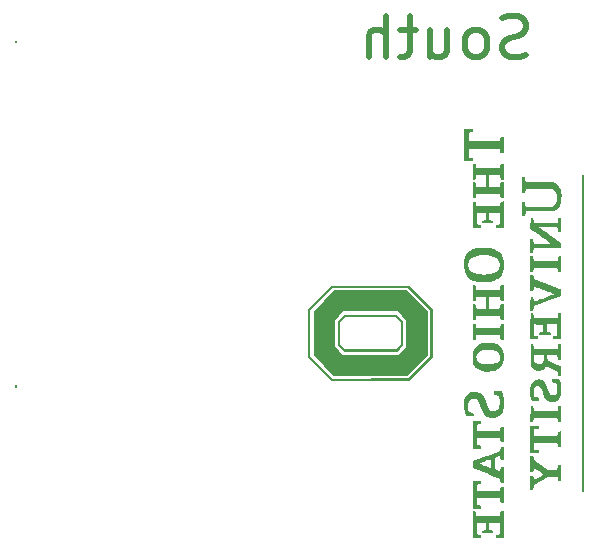
<source format=gbr>
%TF.GenerationSoftware,KiCad,Pcbnew,(6.0.9)*%
%TF.CreationDate,2023-01-22T20:12:46-05:00*%
%TF.ProjectId,Temps_South_DCT_HSK,54656d70-735f-4536-9f75-74685f444354,rev?*%
%TF.SameCoordinates,Original*%
%TF.FileFunction,Legend,Bot*%
%TF.FilePolarity,Positive*%
%FSLAX46Y46*%
G04 Gerber Fmt 4.6, Leading zero omitted, Abs format (unit mm)*
G04 Created by KiCad (PCBNEW (6.0.9)) date 2023-01-22 20:12:46*
%MOMM*%
%LPD*%
G01*
G04 APERTURE LIST*
%ADD10C,0.254000*%
%ADD11C,0.500000*%
G04 APERTURE END LIST*
D10*
X92680002Y-50830000D02*
G75*
G03*
X92680002Y-50830000I-1J0D01*
G01*
X92690001Y-80020000D02*
G75*
G03*
X92690001Y-80020000I-1J0D01*
G01*
D11*
X135873619Y-51954266D02*
X135373619Y-52120933D01*
X134540285Y-52120933D01*
X134206952Y-51954266D01*
X134040285Y-51787600D01*
X133873619Y-51454266D01*
X133873619Y-51120933D01*
X134040285Y-50787600D01*
X134206952Y-50620933D01*
X134540285Y-50454266D01*
X135206952Y-50287600D01*
X135540285Y-50120933D01*
X135706952Y-49954266D01*
X135873619Y-49620933D01*
X135873619Y-49287600D01*
X135706952Y-48954266D01*
X135540285Y-48787600D01*
X135206952Y-48620933D01*
X134373619Y-48620933D01*
X133873619Y-48787600D01*
X131873618Y-52120933D02*
X132206952Y-51954266D01*
X132373618Y-51787600D01*
X132540285Y-51454266D01*
X132540285Y-50454266D01*
X132373618Y-50120933D01*
X132206952Y-49954266D01*
X131873618Y-49787600D01*
X131373619Y-49787600D01*
X131040285Y-49954266D01*
X130873619Y-50120933D01*
X130706952Y-50454266D01*
X130706952Y-51454266D01*
X130873619Y-51787600D01*
X131040285Y-51954266D01*
X131373619Y-52120933D01*
X131873618Y-52120933D01*
X127706952Y-49787600D02*
X127706952Y-52120933D01*
X129206952Y-49787600D02*
X129206952Y-51620933D01*
X129040285Y-51954266D01*
X128706952Y-52120933D01*
X128206952Y-52120933D01*
X127873619Y-51954266D01*
X127706952Y-51787600D01*
X126540285Y-49787600D02*
X125206952Y-49787600D01*
X126040285Y-48620933D02*
X126040285Y-51620933D01*
X125873619Y-51954266D01*
X125540285Y-52120933D01*
X125206952Y-52120933D01*
X124040285Y-52120933D02*
X124040285Y-48620933D01*
X122540285Y-52120933D02*
X122540285Y-50287600D01*
X122706952Y-49954266D01*
X123040285Y-49787600D01*
X123540285Y-49787600D01*
X123873619Y-49954266D01*
X124040285Y-50120933D01*
%TO.C,G\u002A\u002A\u002A*%
G36*
X131499801Y-90578042D02*
G01*
X131514286Y-90579255D01*
X131576825Y-90588533D01*
X131611982Y-90613393D01*
X131632084Y-90670030D01*
X131649460Y-90774637D01*
X131677472Y-90961163D01*
X133678125Y-90961163D01*
X133700145Y-90766527D01*
X133722166Y-90571891D01*
X133973300Y-90571891D01*
X133973300Y-92810205D01*
X133292074Y-92810205D01*
X133292074Y-92555639D01*
X133462381Y-92528567D01*
X133632687Y-92501495D01*
X133650641Y-91545071D01*
X132773045Y-91545071D01*
X132773045Y-92153060D01*
X132935242Y-92174576D01*
X133017518Y-92186809D01*
X133072961Y-92205684D01*
X133094080Y-92241693D01*
X133097438Y-92308512D01*
X133097438Y-92420933D01*
X132124258Y-92420933D01*
X132124258Y-92311958D01*
X132126813Y-92253787D01*
X132145344Y-92215330D01*
X132195910Y-92193096D01*
X132294565Y-92174090D01*
X132464871Y-92145198D01*
X132474198Y-91845135D01*
X132483526Y-91545071D01*
X131700813Y-91545071D01*
X131718767Y-92501495D01*
X131889073Y-92528567D01*
X132059380Y-92555639D01*
X132059380Y-92810205D01*
X131378154Y-92810205D01*
X131378154Y-90567974D01*
X131499801Y-90578042D01*
G37*
G36*
X136542378Y-69356565D02*
G01*
X138543271Y-69356565D01*
X138563900Y-69202478D01*
X138573562Y-69132895D01*
X138591559Y-69039818D01*
X138616472Y-68990359D01*
X138657702Y-68970768D01*
X138724645Y-68967293D01*
X138839201Y-68967293D01*
X138839201Y-70333662D01*
X138717553Y-70323593D01*
X138703068Y-70322381D01*
X138640529Y-70313103D01*
X138605372Y-70288243D01*
X138585270Y-70231606D01*
X138567894Y-70126999D01*
X138539882Y-69940473D01*
X136542378Y-69940473D01*
X136497198Y-70329745D01*
X136244054Y-70329745D01*
X136244054Y-68967293D01*
X136497198Y-68967293D01*
X136542378Y-69356565D01*
G37*
G36*
X136518133Y-86077026D02*
G01*
X136540172Y-86253426D01*
X137138345Y-86644714D01*
X137736517Y-87036003D01*
X138539882Y-87036003D01*
X138567894Y-86849477D01*
X138571238Y-86827269D01*
X138588204Y-86732108D01*
X138610027Y-86682119D01*
X138649034Y-86661109D01*
X138717553Y-86652883D01*
X138839201Y-86642815D01*
X138839201Y-88009183D01*
X138724645Y-88009183D01*
X138686318Y-88008554D01*
X138633814Y-87998482D01*
X138602175Y-87965199D01*
X138582004Y-87894955D01*
X138563900Y-87773998D01*
X138543271Y-87619911D01*
X137703147Y-87619911D01*
X137121724Y-87994465D01*
X136540301Y-88369020D01*
X136518197Y-88545934D01*
X136496093Y-88722849D01*
X136244054Y-88722849D01*
X136244054Y-87587472D01*
X136493068Y-87587472D01*
X136522648Y-87765558D01*
X136552228Y-87943643D01*
X136892841Y-87730426D01*
X137029746Y-87644642D01*
X137154727Y-87566173D01*
X137252234Y-87504790D01*
X137308499Y-87469146D01*
X137320207Y-87461469D01*
X137341930Y-87441872D01*
X137342644Y-87419645D01*
X137315594Y-87388360D01*
X137254027Y-87341591D01*
X137151189Y-87272911D01*
X137000326Y-87175894D01*
X136955408Y-87147219D01*
X136818288Y-87060521D01*
X136702509Y-86988539D01*
X136619127Y-86938097D01*
X136579198Y-86916018D01*
X136564828Y-86918326D01*
X136539234Y-86970073D01*
X136518692Y-87082205D01*
X136496093Y-87263078D01*
X136244054Y-87263078D01*
X136244054Y-85900626D01*
X136496093Y-85900626D01*
X136518133Y-86077026D01*
G37*
G36*
X138839201Y-83017442D02*
G01*
X138717553Y-83007374D01*
X138702557Y-83006118D01*
X138640291Y-82996813D01*
X138605272Y-82971859D01*
X138585212Y-82915083D01*
X138567825Y-82810316D01*
X138539745Y-82623327D01*
X137545986Y-82631900D01*
X136552228Y-82640473D01*
X136493068Y-83013525D01*
X136242738Y-83013525D01*
X136260274Y-81667293D01*
X136373811Y-81667293D01*
X136387058Y-81667307D01*
X136445589Y-81671460D01*
X136478710Y-81693686D01*
X136498080Y-81749351D01*
X136515361Y-81853819D01*
X136543373Y-82040345D01*
X138543271Y-82040345D01*
X138563900Y-81886259D01*
X138573562Y-81816675D01*
X138591559Y-81723598D01*
X138616472Y-81674139D01*
X138657702Y-81654548D01*
X138724645Y-81651073D01*
X138839201Y-81651073D01*
X138839201Y-83017442D01*
G37*
G36*
X126666123Y-72738145D02*
G01*
X127550312Y-73621895D01*
X127550312Y-77350094D01*
X125816408Y-79088366D01*
X119619337Y-79088366D01*
X118751363Y-78220839D01*
X117883390Y-77353312D01*
X117883390Y-76607863D01*
X119667553Y-76607863D01*
X120016806Y-76956033D01*
X120366058Y-77304202D01*
X125069862Y-77304202D01*
X125401786Y-76971145D01*
X125733709Y-76638088D01*
X125733709Y-74334897D01*
X125384457Y-73986727D01*
X125035204Y-73638557D01*
X120396380Y-73638557D01*
X120031967Y-74004007D01*
X119667553Y-74369458D01*
X119667553Y-76607863D01*
X117883390Y-76607863D01*
X117883390Y-73622772D01*
X118767141Y-72738583D01*
X119650891Y-71854394D01*
X125781934Y-71854394D01*
X126666123Y-72738145D01*
G37*
G36*
X136522648Y-70739750D02*
G01*
X136552228Y-70922679D01*
X137638945Y-71333095D01*
X137870169Y-71420433D01*
X138107417Y-71510073D01*
X138320377Y-71590566D01*
X138501767Y-71659157D01*
X138644306Y-71713092D01*
X138740712Y-71749619D01*
X138783703Y-71765983D01*
X138796369Y-71771910D01*
X138819496Y-71796576D01*
X138831786Y-71845873D01*
X138835366Y-71933165D01*
X138832362Y-72071818D01*
X138822981Y-72355181D01*
X137687604Y-72780761D01*
X136552228Y-73206340D01*
X136522648Y-73390009D01*
X136493068Y-73573679D01*
X136242522Y-73573679D01*
X136251398Y-73014100D01*
X136260274Y-72454522D01*
X136373424Y-72454522D01*
X136437037Y-72457903D01*
X136473915Y-72478383D01*
X136496855Y-72531536D01*
X136518655Y-72632938D01*
X136536274Y-72707490D01*
X136562362Y-72779900D01*
X136585279Y-72805612D01*
X136596650Y-72802646D01*
X136662484Y-72781004D01*
X136773892Y-72741934D01*
X136921186Y-72689030D01*
X137094677Y-72625885D01*
X137284676Y-72556093D01*
X137481497Y-72483247D01*
X137675450Y-72410941D01*
X137856846Y-72342768D01*
X138015998Y-72282322D01*
X138143216Y-72233197D01*
X138228813Y-72198986D01*
X138263101Y-72183282D01*
X138246477Y-72172067D01*
X138178253Y-72140993D01*
X138066109Y-72094026D01*
X137919281Y-72034711D01*
X137747005Y-71966591D01*
X137558516Y-71893211D01*
X137363049Y-71818115D01*
X137169840Y-71744848D01*
X136988123Y-71676955D01*
X136827135Y-71617979D01*
X136696110Y-71571465D01*
X136604284Y-71540957D01*
X136560893Y-71530001D01*
X136550520Y-71546080D01*
X136533881Y-71610884D01*
X136518385Y-71708417D01*
X136496093Y-71886833D01*
X136244054Y-71886833D01*
X136244054Y-70556820D01*
X136493068Y-70556820D01*
X136522648Y-70739750D01*
G37*
G36*
X138563900Y-76631086D02*
G01*
X138573562Y-76561503D01*
X138591559Y-76468426D01*
X138616472Y-76418967D01*
X138657702Y-76399376D01*
X138724645Y-76395901D01*
X138839201Y-76395901D01*
X138839201Y-77762269D01*
X138717553Y-77752201D01*
X138703068Y-77750989D01*
X138640529Y-77741711D01*
X138605372Y-77716850D01*
X138585270Y-77660214D01*
X138567894Y-77555607D01*
X138539882Y-77369081D01*
X137662947Y-77369081D01*
X137679856Y-77519098D01*
X137683980Y-77549381D01*
X137711165Y-77647587D01*
X137763362Y-77733841D01*
X137848019Y-77814189D01*
X137972583Y-77894676D01*
X138144504Y-77981348D01*
X138371228Y-78080249D01*
X138822981Y-78268674D01*
X138832033Y-78694740D01*
X138841084Y-79120805D01*
X138725587Y-79120805D01*
X138689961Y-79120296D01*
X138635548Y-79110803D01*
X138602947Y-79078450D01*
X138582489Y-79009362D01*
X138564507Y-78889668D01*
X138544486Y-78739629D01*
X138255617Y-78619895D01*
X138209753Y-78600375D01*
X138050647Y-78526534D01*
X137896655Y-78447247D01*
X137775597Y-78376613D01*
X137584446Y-78253066D01*
X137522487Y-78368332D01*
X137498578Y-78405394D01*
X137416310Y-78496329D01*
X137318449Y-78573770D01*
X137222981Y-78626048D01*
X137026923Y-78684953D01*
X136833173Y-78681837D01*
X136649352Y-78617441D01*
X136483081Y-78492506D01*
X136424953Y-78430947D01*
X136375092Y-78365610D01*
X136336532Y-78292774D01*
X136307824Y-78204243D01*
X136287517Y-78091823D01*
X136274160Y-77947316D01*
X136266303Y-77762527D01*
X136264045Y-77624221D01*
X136568447Y-77624221D01*
X136569883Y-77725495D01*
X136578933Y-77832694D01*
X136599459Y-77906087D01*
X136635066Y-77964053D01*
X136733041Y-78048089D01*
X136868964Y-78096631D01*
X137017708Y-78099401D01*
X137161841Y-78056312D01*
X137283927Y-77967277D01*
X137323424Y-77917215D01*
X137350105Y-77854227D01*
X137365534Y-77763358D01*
X137374628Y-77626118D01*
X137386300Y-77369081D01*
X136568447Y-77369081D01*
X136568447Y-77624221D01*
X136264045Y-77624221D01*
X136262495Y-77529262D01*
X136261286Y-77239324D01*
X136260274Y-76412121D01*
X136373811Y-76412121D01*
X136387058Y-76412135D01*
X136445589Y-76416288D01*
X136478710Y-76438514D01*
X136498080Y-76494178D01*
X136515361Y-76598647D01*
X136543373Y-76785173D01*
X138543271Y-76785173D01*
X138563900Y-76631086D01*
G37*
G36*
X138839201Y-66895092D02*
G01*
X138717553Y-66885024D01*
X138703068Y-66883811D01*
X138640529Y-66874533D01*
X138605372Y-66849673D01*
X138585270Y-66793036D01*
X138567894Y-66688430D01*
X138539882Y-66501903D01*
X137006378Y-66504237D01*
X137098365Y-66579493D01*
X137111543Y-66589817D01*
X137179269Y-66640092D01*
X137289852Y-66720325D01*
X137435924Y-66825235D01*
X137610114Y-66949542D01*
X137805056Y-67087965D01*
X138013379Y-67235223D01*
X138836407Y-67815697D01*
X138839201Y-68286067D01*
X136542378Y-68286067D01*
X136497198Y-68675339D01*
X136244054Y-68675339D01*
X136244054Y-67507523D01*
X136497198Y-67507523D01*
X136542378Y-67896795D01*
X138010214Y-67896795D01*
X137795248Y-67742708D01*
X137744466Y-67706291D01*
X137628591Y-67623141D01*
X137476998Y-67514321D01*
X137300023Y-67387253D01*
X137108000Y-67249354D01*
X136911266Y-67108047D01*
X136242250Y-66627473D01*
X136260274Y-65739579D01*
X136373811Y-65739579D01*
X136387058Y-65739593D01*
X136445589Y-65743746D01*
X136478710Y-65765972D01*
X136498080Y-65821637D01*
X136515361Y-65926105D01*
X136543373Y-66112631D01*
X138543271Y-66112631D01*
X138563900Y-65958545D01*
X138573562Y-65888962D01*
X138591559Y-65795884D01*
X138616472Y-65746425D01*
X138657702Y-65726834D01*
X138724645Y-65723359D01*
X138839201Y-65723359D01*
X138839201Y-66895092D01*
G37*
G36*
X133903414Y-80653564D02*
G01*
X133938296Y-80785923D01*
X133976262Y-80960608D01*
X134002342Y-81115824D01*
X134011559Y-81201925D01*
X134017963Y-81489476D01*
X133991453Y-81777388D01*
X133934198Y-82036357D01*
X133892999Y-82145283D01*
X133773144Y-82336779D01*
X133610612Y-82487144D01*
X133412987Y-82592910D01*
X133187852Y-82650604D01*
X132942790Y-82656757D01*
X132685385Y-82607897D01*
X132572777Y-82565178D01*
X132435807Y-82478442D01*
X132316409Y-82353592D01*
X132209733Y-82183944D01*
X132110935Y-81962812D01*
X132015167Y-81683513D01*
X131968325Y-81541220D01*
X131884593Y-81337301D01*
X131795277Y-81188974D01*
X131695297Y-81090334D01*
X131579575Y-81035479D01*
X131443032Y-81018506D01*
X131281301Y-81043720D01*
X131148771Y-81123154D01*
X131040392Y-81260973D01*
X131029843Y-81281490D01*
X130995690Y-81403797D01*
X130979604Y-81572933D01*
X130982208Y-81776179D01*
X131004126Y-82000814D01*
X131010801Y-82050604D01*
X131023064Y-82112586D01*
X131047329Y-82151471D01*
X131096521Y-82176110D01*
X131183564Y-82195351D01*
X131321385Y-82218045D01*
X131370838Y-82226925D01*
X131420938Y-82247646D01*
X131440007Y-82292729D01*
X131443032Y-82382428D01*
X131443032Y-82526935D01*
X130799277Y-82526935D01*
X130766147Y-82421508D01*
X130686006Y-82123470D01*
X130630857Y-81791352D01*
X130617306Y-81484379D01*
X130644418Y-81207357D01*
X130711259Y-80965092D01*
X130816894Y-80762390D01*
X130960388Y-80604058D01*
X131140807Y-80494901D01*
X131307267Y-80444589D01*
X131530415Y-80425126D01*
X131752944Y-80452264D01*
X131957847Y-80523562D01*
X132128119Y-80636582D01*
X132158942Y-80665729D01*
X132239143Y-80757671D01*
X132312968Y-80871495D01*
X132385775Y-81017507D01*
X132462926Y-81206012D01*
X132549781Y-81447317D01*
X132601069Y-81590894D01*
X132654077Y-81729266D01*
X132699221Y-81837087D01*
X132730287Y-81898822D01*
X132799618Y-81975646D01*
X132934837Y-82047700D01*
X133104443Y-82072785D01*
X133109773Y-82072761D01*
X133287817Y-82041442D01*
X133436803Y-81952863D01*
X133551589Y-81810044D01*
X133566015Y-81784086D01*
X133596252Y-81720143D01*
X133615619Y-81652973D01*
X133626435Y-81567168D01*
X133631019Y-81447320D01*
X133631693Y-81278021D01*
X133630817Y-81149680D01*
X133624962Y-80989963D01*
X133609071Y-80879047D01*
X133577935Y-80807031D01*
X133526349Y-80764015D01*
X133449102Y-80740099D01*
X133340989Y-80725382D01*
X133129878Y-80702774D01*
X133129878Y-80418379D01*
X133834092Y-80418379D01*
X133903414Y-80653564D01*
G37*
G36*
X125879281Y-71467522D02*
G01*
X125977004Y-71467558D01*
X126974514Y-72443246D01*
X127972023Y-73418933D01*
X127972023Y-77514672D01*
X126974710Y-78512374D01*
X125977397Y-79510077D01*
X119407363Y-79510077D01*
X117429239Y-77554589D01*
X117429239Y-77483038D01*
X117623875Y-77483038D01*
X118562076Y-78420820D01*
X119500277Y-79358603D01*
X125912125Y-79314779D01*
X127777387Y-77450599D01*
X127777387Y-73524607D01*
X125879281Y-71627319D01*
X119488717Y-71627319D01*
X117623875Y-73492993D01*
X117623875Y-77483038D01*
X117429239Y-77483038D01*
X117429239Y-73428094D01*
X118410330Y-72446608D01*
X119391420Y-71465122D01*
X125879281Y-71467522D01*
G37*
G36*
X133724287Y-85089643D02*
G01*
X133973300Y-85089643D01*
X133973300Y-86228936D01*
X133851786Y-86218868D01*
X133784725Y-86210773D01*
X133743660Y-86189107D01*
X133721209Y-86137366D01*
X133703335Y-86038493D01*
X133691718Y-85978809D01*
X133664842Y-85898212D01*
X133635724Y-85868187D01*
X133594587Y-85877222D01*
X133509380Y-85905496D01*
X133403013Y-85946316D01*
X133210976Y-86024445D01*
X133210976Y-87010886D01*
X133438051Y-87101312D01*
X133665127Y-87191738D01*
X133698328Y-87008443D01*
X133700697Y-86995384D01*
X133720922Y-86897561D01*
X133744307Y-86845749D01*
X133783817Y-86823677D01*
X133852414Y-86815079D01*
X133973300Y-86805011D01*
X133973300Y-88175296D01*
X133851653Y-88165228D01*
X133842154Y-88164437D01*
X133776951Y-88155388D01*
X133740447Y-88131407D01*
X133719919Y-88076078D01*
X133702640Y-87972984D01*
X133675274Y-87790807D01*
X133021414Y-87538317D01*
X132804924Y-87454638D01*
X132551576Y-87356555D01*
X132298098Y-87258282D01*
X132064712Y-87167659D01*
X131871642Y-87092528D01*
X131375730Y-86899228D01*
X131385052Y-86619144D01*
X131388452Y-86516974D01*
X131929622Y-86516974D01*
X131933616Y-86520796D01*
X131981323Y-86544108D01*
X132072911Y-86582505D01*
X132195718Y-86631227D01*
X132337078Y-86685513D01*
X132484327Y-86740605D01*
X132624802Y-86791740D01*
X132745837Y-86834159D01*
X132834769Y-86863101D01*
X132878932Y-86873806D01*
X132887216Y-86851521D01*
X132895291Y-86776242D01*
X132900779Y-86660362D01*
X132902802Y-86516974D01*
X132901312Y-86393147D01*
X132896276Y-86272427D01*
X132888524Y-86190395D01*
X132878932Y-86160141D01*
X132868763Y-86161642D01*
X132806746Y-86179574D01*
X132704595Y-86214001D01*
X132574976Y-86260163D01*
X132430553Y-86313298D01*
X132283989Y-86368647D01*
X132147950Y-86421450D01*
X132035100Y-86466945D01*
X131958102Y-86500373D01*
X131929622Y-86516974D01*
X131388452Y-86516974D01*
X131394373Y-86339060D01*
X132529750Y-85899886D01*
X132878932Y-85764820D01*
X133665127Y-85460713D01*
X133724287Y-85089643D01*
G37*
G36*
X138473638Y-79381594D02*
G01*
X138597523Y-79387920D01*
X138686224Y-79398346D01*
X138724900Y-79411525D01*
X138726448Y-79414381D01*
X138745321Y-79466475D01*
X138773721Y-79560794D01*
X138806127Y-79679150D01*
X138839297Y-79841563D01*
X138864559Y-80079878D01*
X138869405Y-80327221D01*
X138853600Y-80560135D01*
X138816908Y-80755161D01*
X138750738Y-80922722D01*
X138628576Y-81095294D01*
X138468994Y-81222248D01*
X138279622Y-81295904D01*
X138127311Y-81316262D01*
X137914664Y-81298444D01*
X137724073Y-81227241D01*
X137564798Y-81106603D01*
X137446100Y-80940479D01*
X137424234Y-80891627D01*
X137381333Y-80780027D01*
X137331852Y-80638339D01*
X137282686Y-80485743D01*
X137281456Y-80481756D01*
X137210686Y-80276987D01*
X137140580Y-80129772D01*
X137065807Y-80033188D01*
X136981033Y-79980314D01*
X136880925Y-79964228D01*
X136770155Y-79983520D01*
X136663286Y-80056148D01*
X136589722Y-80177893D01*
X136552346Y-80343606D01*
X136554042Y-80548136D01*
X136560250Y-80609625D01*
X136575262Y-80733576D01*
X136593650Y-80810595D01*
X136622372Y-80853500D01*
X136668387Y-80875112D01*
X136738652Y-80888250D01*
X136835906Y-80904101D01*
X136923255Y-80924766D01*
X136969252Y-80952840D01*
X136987139Y-80997856D01*
X136990159Y-81069351D01*
X136990159Y-81196923D01*
X136681182Y-81196923D01*
X136576758Y-81196995D01*
X136470715Y-81192430D01*
X136398302Y-81173557D01*
X136349953Y-81130575D01*
X136316100Y-81053687D01*
X136287175Y-80933092D01*
X136253613Y-80758992D01*
X136241176Y-80686965D01*
X136217563Y-80424225D01*
X136226735Y-80171381D01*
X136266778Y-79940912D01*
X136335777Y-79745298D01*
X136431819Y-79597019D01*
X136451306Y-79576788D01*
X136595401Y-79476619D01*
X136773687Y-79415055D01*
X136967891Y-79396415D01*
X137159742Y-79425015D01*
X137170939Y-79428343D01*
X137301854Y-79481551D01*
X137412504Y-79559590D01*
X137508500Y-79670377D01*
X137595452Y-79821827D01*
X137678973Y-80021856D01*
X137764672Y-80278378D01*
X137773736Y-80307425D01*
X137837166Y-80486786D01*
X137899884Y-80611513D01*
X137969026Y-80690094D01*
X138051729Y-80731017D01*
X138155132Y-80742772D01*
X138165684Y-80742672D01*
X138297558Y-80718642D01*
X138396102Y-80649740D01*
X138463576Y-80532143D01*
X138502243Y-80362030D01*
X138514365Y-80135576D01*
X138514296Y-80097196D01*
X138512300Y-79937633D01*
X138503203Y-79829439D01*
X138481060Y-79761323D01*
X138439929Y-79721995D01*
X138373865Y-79700164D01*
X138276926Y-79684540D01*
X138076876Y-79656054D01*
X138056926Y-79380320D01*
X138381270Y-79380320D01*
X138473638Y-79381594D01*
G37*
G36*
X131499801Y-71438834D02*
G01*
X131514286Y-71440047D01*
X131576825Y-71449325D01*
X131611982Y-71474185D01*
X131632084Y-71530822D01*
X131649460Y-71635428D01*
X131677472Y-71821955D01*
X133678125Y-71821955D01*
X133700145Y-71627319D01*
X133722166Y-71432683D01*
X133973300Y-71432683D01*
X133973300Y-72799051D01*
X133851653Y-72788983D01*
X133837168Y-72787770D01*
X133774629Y-72778492D01*
X133739472Y-72753632D01*
X133719370Y-72696996D01*
X133701994Y-72592389D01*
X133673982Y-72405863D01*
X132773045Y-72405863D01*
X132773045Y-73411482D01*
X133209062Y-73411482D01*
X133232943Y-73411440D01*
X133398926Y-73408601D01*
X133533678Y-73401865D01*
X133625989Y-73392010D01*
X133664649Y-73379815D01*
X133672456Y-73359303D01*
X133688701Y-73285461D01*
X133703521Y-73185179D01*
X133722823Y-73022210D01*
X133973300Y-73022210D01*
X133973300Y-74388578D01*
X133851653Y-74378510D01*
X133837168Y-74377298D01*
X133774629Y-74368020D01*
X133739472Y-74343160D01*
X133719370Y-74286523D01*
X133701994Y-74181916D01*
X133673982Y-73995390D01*
X131677472Y-73995390D01*
X131649460Y-74181916D01*
X131646116Y-74204125D01*
X131629150Y-74299285D01*
X131607327Y-74349274D01*
X131568320Y-74370284D01*
X131499801Y-74378510D01*
X131378154Y-74388578D01*
X131378154Y-73018294D01*
X131498234Y-73028362D01*
X131499729Y-73028487D01*
X131568018Y-73037518D01*
X131607221Y-73060921D01*
X131630826Y-73115197D01*
X131652321Y-73216846D01*
X131686327Y-73395262D01*
X132067489Y-73404402D01*
X132448652Y-73413541D01*
X132448652Y-72405863D01*
X131677472Y-72405863D01*
X131649460Y-72592389D01*
X131646116Y-72614597D01*
X131629150Y-72709758D01*
X131607327Y-72759746D01*
X131568320Y-72780757D01*
X131499801Y-72788983D01*
X131378154Y-72799051D01*
X131378154Y-71428766D01*
X131499801Y-71438834D01*
G37*
G36*
X135688918Y-62252543D02*
G01*
X135757412Y-62261094D01*
X135789334Y-62295590D01*
X135806522Y-62373998D01*
X135808195Y-62384337D01*
X135825683Y-62486697D01*
X135841049Y-62568634D01*
X135856018Y-62641622D01*
X136931880Y-62641622D01*
X136990699Y-62641635D01*
X137284155Y-62642230D01*
X137521775Y-62643960D01*
X137711230Y-62647159D01*
X137860190Y-62652159D01*
X137976326Y-62659293D01*
X138067306Y-62668894D01*
X138140803Y-62681294D01*
X138204485Y-62696826D01*
X138357450Y-62756986D01*
X138538439Y-62887027D01*
X138684986Y-63070733D01*
X138796066Y-63306721D01*
X138870651Y-63593610D01*
X138884129Y-63707713D01*
X138888800Y-63903604D01*
X138878195Y-64118229D01*
X138853816Y-64326106D01*
X138817163Y-64501751D01*
X138791844Y-64579553D01*
X138719944Y-64720974D01*
X138606959Y-64863194D01*
X138597287Y-64873778D01*
X138532087Y-64943815D01*
X138472263Y-65001143D01*
X138410792Y-65047096D01*
X138340647Y-65083011D01*
X138254804Y-65110222D01*
X138146237Y-65130065D01*
X138007920Y-65143875D01*
X137832829Y-65152989D01*
X137613938Y-65158740D01*
X137344223Y-65162466D01*
X137016657Y-65165501D01*
X135859119Y-65175613D01*
X135841840Y-65262960D01*
X135840508Y-65269739D01*
X135822444Y-65366071D01*
X135803299Y-65473678D01*
X135798492Y-65500704D01*
X135779153Y-65566104D01*
X135741497Y-65589168D01*
X135664322Y-65587216D01*
X135546608Y-65577382D01*
X135537767Y-64985365D01*
X135528925Y-64393347D01*
X135657944Y-64393347D01*
X135689558Y-64393556D01*
X135757676Y-64402206D01*
X135789412Y-64436748D01*
X135806522Y-64514994D01*
X135808131Y-64524933D01*
X135825801Y-64628106D01*
X135841534Y-64711562D01*
X135856988Y-64786483D01*
X138076876Y-64766399D01*
X138227848Y-64677649D01*
X138356673Y-64578755D01*
X138453338Y-64440955D01*
X138508932Y-64263568D01*
X138527179Y-64038645D01*
X138527185Y-64036018D01*
X138521850Y-63896829D01*
X138507484Y-63766782D01*
X138487142Y-63673711D01*
X138437053Y-63576702D01*
X138333342Y-63455609D01*
X138204294Y-63354502D01*
X138071063Y-63292749D01*
X138007340Y-63283376D01*
X137882007Y-63274795D01*
X137702996Y-63267811D01*
X137476075Y-63262595D01*
X137207010Y-63259318D01*
X136901569Y-63258151D01*
X135856018Y-63257970D01*
X135841049Y-63330958D01*
X135839741Y-63337429D01*
X135823777Y-63423637D01*
X135806522Y-63525594D01*
X135801713Y-63554242D01*
X135782462Y-63617887D01*
X135742062Y-63642898D01*
X135658676Y-63647242D01*
X135530389Y-63647242D01*
X135530389Y-62252350D01*
X135658676Y-62252350D01*
X135688918Y-62252543D01*
G37*
G36*
X131410593Y-58294133D02*
G01*
X131410603Y-58305331D01*
X131408471Y-58367678D01*
X131393384Y-58407090D01*
X131352599Y-58432072D01*
X131273375Y-58451130D01*
X131142968Y-58472769D01*
X131021321Y-58492327D01*
X131021321Y-59235492D01*
X132332928Y-59235492D01*
X132417741Y-59235521D01*
X132732062Y-59235991D01*
X132988869Y-59236205D01*
X133194091Y-59235072D01*
X133353656Y-59231500D01*
X133473494Y-59224397D01*
X133559534Y-59212671D01*
X133617705Y-59195230D01*
X133653936Y-59170983D01*
X133674157Y-59138837D01*
X133684297Y-59097700D01*
X133690284Y-59046481D01*
X133698048Y-58984087D01*
X133706533Y-58932981D01*
X133726309Y-58872841D01*
X133766505Y-58849890D01*
X133846394Y-58846220D01*
X133973300Y-58846220D01*
X133973300Y-60241112D01*
X133846394Y-60241112D01*
X133799261Y-60240528D01*
X133742141Y-60229205D01*
X133714827Y-60189414D01*
X133698048Y-60103244D01*
X133695701Y-60087164D01*
X133688906Y-60027557D01*
X133682462Y-59978861D01*
X133670440Y-59939986D01*
X133646911Y-59909839D01*
X133605946Y-59887328D01*
X133541615Y-59871361D01*
X133447990Y-59860846D01*
X133319142Y-59854692D01*
X133149140Y-59851806D01*
X132932057Y-59851097D01*
X132661963Y-59851472D01*
X132332928Y-59851840D01*
X131021321Y-59851840D01*
X131021321Y-60224274D01*
X131020989Y-60315318D01*
X131021374Y-60447741D01*
X131029428Y-60533424D01*
X131052682Y-60584241D01*
X131098667Y-60612062D01*
X131174911Y-60628759D01*
X131288945Y-60646204D01*
X131317593Y-60651013D01*
X131381238Y-60670264D01*
X131406249Y-60710664D01*
X131410593Y-60794050D01*
X131410593Y-60922338D01*
X130664488Y-60922338D01*
X130664488Y-58164994D01*
X131410593Y-58164994D01*
X131410593Y-58294133D01*
G37*
G36*
X133973300Y-76039068D02*
G01*
X133722823Y-76039068D01*
X133703521Y-75876099D01*
X133695790Y-75818814D01*
X133679576Y-75730125D01*
X133664649Y-75681463D01*
X133633994Y-75673145D01*
X133542273Y-75665125D01*
X133394351Y-75658635D01*
X133194810Y-75653821D01*
X132948233Y-75650826D01*
X132659204Y-75649796D01*
X131673329Y-75649796D01*
X131651309Y-75844432D01*
X131629288Y-76039068D01*
X131378154Y-76039068D01*
X131378154Y-74672700D01*
X131499801Y-74682768D01*
X131514286Y-74683980D01*
X131576825Y-74693258D01*
X131611982Y-74718119D01*
X131632084Y-74774755D01*
X131649460Y-74879362D01*
X131677472Y-75065888D01*
X133673982Y-75065888D01*
X133701994Y-74879362D01*
X133705338Y-74857154D01*
X133722304Y-74761993D01*
X133744127Y-74712004D01*
X133783134Y-74690994D01*
X133851653Y-74682768D01*
X133973300Y-74672700D01*
X133973300Y-76039068D01*
G37*
G36*
X131499801Y-61123125D02*
G01*
X131514286Y-61124338D01*
X131576825Y-61133616D01*
X131611982Y-61158476D01*
X131632084Y-61215113D01*
X131649460Y-61319720D01*
X131677472Y-61506246D01*
X133678125Y-61506246D01*
X133700145Y-61311610D01*
X133722166Y-61116974D01*
X133973300Y-61116974D01*
X133973300Y-62483342D01*
X133851653Y-62473274D01*
X133837168Y-62472061D01*
X133774629Y-62462783D01*
X133739472Y-62437923D01*
X133719370Y-62381287D01*
X133701994Y-62276680D01*
X133673982Y-62090154D01*
X132773045Y-62090154D01*
X132773045Y-63095773D01*
X133209062Y-63095773D01*
X133232943Y-63095731D01*
X133398926Y-63092892D01*
X133533678Y-63086156D01*
X133625989Y-63076301D01*
X133664649Y-63064107D01*
X133672456Y-63043594D01*
X133688701Y-62969753D01*
X133703521Y-62869471D01*
X133722823Y-62706501D01*
X133973300Y-62706501D01*
X133973300Y-64072870D01*
X133851653Y-64062802D01*
X133837168Y-64061589D01*
X133774629Y-64052311D01*
X133739472Y-64027451D01*
X133719370Y-63970814D01*
X133701994Y-63866207D01*
X133673982Y-63679681D01*
X131677472Y-63679681D01*
X131649460Y-63866207D01*
X131646116Y-63888416D01*
X131629150Y-63983576D01*
X131607327Y-64033565D01*
X131568320Y-64054575D01*
X131499801Y-64062802D01*
X131378154Y-64072870D01*
X131378154Y-62702585D01*
X131499801Y-62712653D01*
X131514286Y-62713865D01*
X131576825Y-62723143D01*
X131611982Y-62748004D01*
X131632084Y-62804640D01*
X131649460Y-62909247D01*
X131677472Y-63095773D01*
X132448652Y-63095773D01*
X132448652Y-62090154D01*
X131677472Y-62090154D01*
X131649460Y-62276680D01*
X131646116Y-62298888D01*
X131629150Y-62394049D01*
X131607327Y-62444037D01*
X131568320Y-62465048D01*
X131499801Y-62473274D01*
X131378154Y-62483342D01*
X131378154Y-61113057D01*
X131499801Y-61123125D01*
G37*
G36*
X138839201Y-76006629D02*
G01*
X138157975Y-76006629D01*
X138157975Y-75751783D01*
X138514807Y-75707199D01*
X138514807Y-74741495D01*
X137638945Y-74741495D01*
X137638945Y-75355608D01*
X137801142Y-75377124D01*
X137881466Y-75389045D01*
X137937998Y-75407742D01*
X137959765Y-75442936D01*
X137963339Y-75507998D01*
X137963339Y-75617357D01*
X136986048Y-75617357D01*
X136996213Y-75513483D01*
X137001704Y-75472600D01*
X137022292Y-75426948D01*
X137072103Y-75399201D01*
X137168575Y-75375387D01*
X137330772Y-75341164D01*
X137330772Y-74757714D01*
X136949610Y-74748575D01*
X136568447Y-74739436D01*
X136568447Y-75707199D01*
X136746864Y-75729491D01*
X136925280Y-75751783D01*
X136925280Y-76006629D01*
X136243202Y-76006629D01*
X136251738Y-74895582D01*
X136260274Y-73784534D01*
X136373811Y-73784534D01*
X136387058Y-73784548D01*
X136445589Y-73788701D01*
X136478710Y-73810928D01*
X136498080Y-73866592D01*
X136515361Y-73971061D01*
X136543373Y-74157587D01*
X138543271Y-74157587D01*
X138563900Y-74003500D01*
X138573562Y-73933917D01*
X138591559Y-73840840D01*
X138616472Y-73791381D01*
X138657702Y-73771789D01*
X138724645Y-73768315D01*
X138839201Y-73768315D01*
X138839201Y-76006629D01*
G37*
G36*
X140818000Y-88917485D02*
G01*
X140623364Y-88917485D01*
X140623364Y-62057714D01*
X140818000Y-62057714D01*
X140818000Y-88917485D01*
G37*
G36*
X133973300Y-66566782D02*
G01*
X133292074Y-66566782D01*
X133292074Y-66311936D01*
X133470491Y-66289644D01*
X133648907Y-66267353D01*
X133648907Y-65301648D01*
X132773045Y-65301648D01*
X132773045Y-65911907D01*
X132935242Y-65934215D01*
X133016067Y-65946618D01*
X133072310Y-65965677D01*
X133093915Y-66001291D01*
X133097438Y-66067016D01*
X133097438Y-66177510D01*
X132120148Y-66177510D01*
X132130313Y-66073636D01*
X132135804Y-66032753D01*
X132156392Y-65987101D01*
X132206203Y-65959354D01*
X132302675Y-65935540D01*
X132464871Y-65901317D01*
X132464871Y-65317868D01*
X132083709Y-65308728D01*
X131702547Y-65299589D01*
X131702547Y-66267353D01*
X131880963Y-66289644D01*
X132059380Y-66311936D01*
X132059380Y-66566782D01*
X131378154Y-66566782D01*
X131378154Y-64324552D01*
X131499801Y-64334620D01*
X131514286Y-64335832D01*
X131576825Y-64345110D01*
X131611982Y-64369971D01*
X131632084Y-64426607D01*
X131649460Y-64531214D01*
X131677472Y-64717740D01*
X133673982Y-64717740D01*
X133701994Y-64531214D01*
X133705338Y-64509005D01*
X133722304Y-64413845D01*
X133744127Y-64363856D01*
X133783134Y-64342846D01*
X133851653Y-64334620D01*
X133973300Y-64324552D01*
X133973300Y-66566782D01*
G37*
G36*
X132497137Y-68244935D02*
G01*
X132859869Y-68283625D01*
X133172670Y-68363446D01*
X133435933Y-68484668D01*
X133650053Y-68647564D01*
X133815423Y-68852404D01*
X133932437Y-69099461D01*
X134001490Y-69389004D01*
X134013711Y-69514392D01*
X134019374Y-69684299D01*
X134014924Y-69843155D01*
X133992309Y-70039604D01*
X133918994Y-70327876D01*
X133799938Y-70572041D01*
X133634070Y-70773019D01*
X133420321Y-70931732D01*
X133157621Y-71049100D01*
X132844901Y-71126044D01*
X132481091Y-71163484D01*
X132152070Y-71164018D01*
X131806840Y-71127635D01*
X131501584Y-71052942D01*
X131240293Y-70941301D01*
X131026958Y-70794072D01*
X130865571Y-70612617D01*
X130769721Y-70443843D01*
X130675716Y-70185479D01*
X130624761Y-69907508D01*
X130616438Y-69632963D01*
X130983541Y-69632963D01*
X130985190Y-69813917D01*
X131017974Y-69978991D01*
X131075762Y-70086347D01*
X131178243Y-70204289D01*
X131305331Y-70309986D01*
X131438505Y-70385534D01*
X131550595Y-70424810D01*
X131775194Y-70475310D01*
X132034082Y-70507082D01*
X132309607Y-70518959D01*
X132584116Y-70509771D01*
X132839957Y-70478350D01*
X133075559Y-70421346D01*
X133298754Y-70325796D01*
X133467301Y-70198226D01*
X133582624Y-70037791D01*
X133600164Y-70000091D01*
X133653151Y-69808675D01*
X133657423Y-69609536D01*
X133614329Y-69420932D01*
X133525219Y-69261123D01*
X133491540Y-69221835D01*
X133343731Y-69096481D01*
X133155950Y-69001902D01*
X132923188Y-68936567D01*
X132640433Y-68898945D01*
X132302675Y-68887505D01*
X132000076Y-68898329D01*
X131715608Y-68934625D01*
X131482700Y-68998180D01*
X131296734Y-69090767D01*
X131153092Y-69214164D01*
X131047153Y-69370145D01*
X131011691Y-69463974D01*
X130983541Y-69632963D01*
X130616438Y-69632963D01*
X130616103Y-69621897D01*
X130648990Y-69340611D01*
X130722670Y-69075619D01*
X130836391Y-68838887D01*
X130989400Y-68642381D01*
X131147347Y-68511638D01*
X131373476Y-68390374D01*
X131644371Y-68305559D01*
X131963695Y-68256099D01*
X132302675Y-68242229D01*
X132335114Y-68240902D01*
X132497137Y-68244935D01*
G37*
G36*
X132091819Y-83012056D02*
G01*
X132091627Y-83042297D01*
X132083075Y-83110791D01*
X132048579Y-83142714D01*
X131970171Y-83159902D01*
X131891678Y-83172151D01*
X131792277Y-83190630D01*
X131735406Y-83216862D01*
X131709323Y-83265091D01*
X131702284Y-83349561D01*
X131702547Y-83484514D01*
X131702547Y-83759630D01*
X133676678Y-83759630D01*
X133698970Y-83581214D01*
X133721261Y-83402797D01*
X133973300Y-83402797D01*
X133973300Y-84732810D01*
X133721261Y-84732810D01*
X133698970Y-84554394D01*
X133676678Y-84375978D01*
X131702547Y-84375978D01*
X131702547Y-84652730D01*
X131702491Y-84717783D01*
X131705262Y-84832668D01*
X131720182Y-84902183D01*
X131757241Y-84940043D01*
X131826427Y-84959967D01*
X131937732Y-84975671D01*
X132091819Y-84996300D01*
X132091819Y-85251840D01*
X131378154Y-85251840D01*
X131378154Y-82883768D01*
X132091819Y-82883768D01*
X132091819Y-83012056D01*
G37*
G36*
X132091819Y-88260318D02*
G01*
X131897183Y-88282338D01*
X131702547Y-88304359D01*
X131702547Y-88885045D01*
X133678125Y-88885045D01*
X133700145Y-88690409D01*
X133722166Y-88495773D01*
X133973300Y-88495773D01*
X133973300Y-89858225D01*
X133722166Y-89858225D01*
X133700145Y-89663589D01*
X133678125Y-89468953D01*
X131702547Y-89468953D01*
X131702547Y-90049640D01*
X131897183Y-90071660D01*
X132091819Y-90093681D01*
X132091819Y-90344815D01*
X131378154Y-90344815D01*
X131378154Y-88009183D01*
X132091819Y-88009183D01*
X132091819Y-88260318D01*
G37*
G36*
X125205892Y-74197420D02*
G01*
X125474194Y-74464328D01*
X125474194Y-76514150D01*
X125202424Y-76779419D01*
X124930653Y-77044688D01*
X120503049Y-77044688D01*
X119959507Y-76514150D01*
X119959507Y-76413861D01*
X120121704Y-76413861D01*
X120341484Y-76631956D01*
X120561263Y-76850052D01*
X124875941Y-76850052D01*
X125077750Y-76646433D01*
X125279558Y-76442814D01*
X125279558Y-74528765D01*
X125075940Y-74326956D01*
X124872321Y-74125147D01*
X120557895Y-74125147D01*
X120339800Y-74344927D01*
X120121704Y-74564707D01*
X120121704Y-76413861D01*
X119959507Y-76413861D01*
X119959507Y-74467116D01*
X120226416Y-74198813D01*
X120493324Y-73930511D01*
X124937590Y-73930511D01*
X125205892Y-74197420D01*
G37*
G36*
X132956603Y-76287466D02*
G01*
X133077686Y-76295018D01*
X133172169Y-76308581D01*
X133254902Y-76329875D01*
X133340733Y-76360621D01*
X133493672Y-76436410D01*
X133685463Y-76585585D01*
X133837138Y-76772573D01*
X133937007Y-76985132D01*
X133943614Y-77006714D01*
X133988313Y-77225549D01*
X134003918Y-77487311D01*
X133996501Y-77688481D01*
X133948086Y-77972936D01*
X133854078Y-78211815D01*
X133713779Y-78405781D01*
X133526491Y-78555493D01*
X133291518Y-78661612D01*
X133008163Y-78724799D01*
X132675727Y-78745714D01*
X132437935Y-78737617D01*
X132199148Y-78704363D01*
X131999527Y-78641712D01*
X131827185Y-78545723D01*
X131670234Y-78412456D01*
X131584392Y-78320968D01*
X131491774Y-78196657D01*
X131427925Y-78064807D01*
X131388159Y-77911277D01*
X131367792Y-77721927D01*
X131363035Y-77520576D01*
X131675505Y-77520576D01*
X131717210Y-77710132D01*
X131759361Y-77799555D01*
X131859021Y-77924360D01*
X131998566Y-78017196D01*
X132183161Y-78080231D01*
X132417972Y-78115630D01*
X132708166Y-78125557D01*
X132850288Y-78121988D01*
X133095561Y-78097756D01*
X133289502Y-78048272D01*
X133438892Y-77970546D01*
X133550511Y-77861587D01*
X133631139Y-77718403D01*
X133636075Y-77706066D01*
X133667974Y-77594840D01*
X133680634Y-77491770D01*
X133673382Y-77419797D01*
X133629036Y-77277797D01*
X133555607Y-77147416D01*
X133466161Y-77055252D01*
X133378010Y-76999303D01*
X133286229Y-76955970D01*
X133183590Y-76926915D01*
X133056614Y-76909466D01*
X132891819Y-76900954D01*
X132675727Y-76898711D01*
X132652238Y-76898716D01*
X132471303Y-76899650D01*
X132339492Y-76903502D01*
X132242614Y-76912154D01*
X132166480Y-76927488D01*
X132096899Y-76951388D01*
X132019682Y-76985734D01*
X131905422Y-77052586D01*
X131772984Y-77183724D01*
X131695221Y-77342414D01*
X131675505Y-77520576D01*
X131363035Y-77520576D01*
X131362138Y-77482619D01*
X131362326Y-77406866D01*
X131364942Y-77257783D01*
X131372833Y-77149065D01*
X131388758Y-77063271D01*
X131415474Y-76982957D01*
X131455740Y-76890683D01*
X131463119Y-76874976D01*
X131601695Y-76656424D01*
X131785463Y-76484373D01*
X132013354Y-76359838D01*
X132073819Y-76336684D01*
X132152552Y-76312683D01*
X132237431Y-76297064D01*
X132343135Y-76288138D01*
X132484341Y-76284216D01*
X132675727Y-76283607D01*
X132794072Y-76284207D01*
X132956603Y-76287466D01*
G37*
G36*
X136957719Y-83558624D02*
G01*
X136568447Y-83603804D01*
X136568447Y-84181342D01*
X138539882Y-84181342D01*
X138567894Y-83994815D01*
X138571238Y-83972607D01*
X138588204Y-83877446D01*
X138610027Y-83827458D01*
X138649034Y-83806447D01*
X138717553Y-83798221D01*
X138839201Y-83788153D01*
X138839201Y-85158438D01*
X138717553Y-85148370D01*
X138703068Y-85147157D01*
X138640529Y-85137879D01*
X138605372Y-85113019D01*
X138585270Y-85056383D01*
X138567894Y-84951776D01*
X138539882Y-84765250D01*
X136568447Y-84765250D01*
X136568447Y-85345936D01*
X136763083Y-85367957D01*
X136957719Y-85389977D01*
X136957719Y-85641112D01*
X136244054Y-85641112D01*
X136244054Y-83305479D01*
X136957719Y-83305479D01*
X136957719Y-83558624D01*
G37*
%TD*%
M02*

</source>
